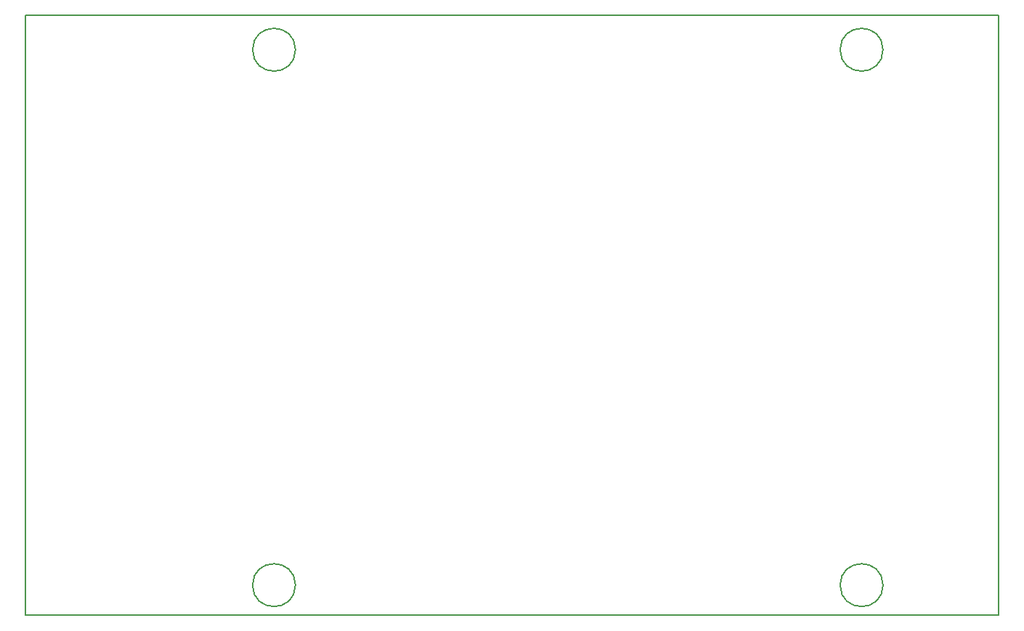
<source format=gbr>
%TF.GenerationSoftware,KiCad,Pcbnew,9.0.0*%
%TF.CreationDate,2025-03-21T00:34:27+09:00*%
%TF.ProjectId,osuino_v1,6f737569-6e6f-45f7-9631-2e6b69636164,rev?*%
%TF.SameCoordinates,Original*%
%TF.FileFunction,Profile,NP*%
%FSLAX46Y46*%
G04 Gerber Fmt 4.6, Leading zero omitted, Abs format (unit mm)*
G04 Created by KiCad (PCBNEW 9.0.0) date 2025-03-21 00:34:27*
%MOMM*%
%LPD*%
G01*
G04 APERTURE LIST*
%TA.AperFunction,Profile*%
%ADD10C,0.200000*%
%TD*%
G04 APERTURE END LIST*
D10*
X121500000Y-67500000D02*
G75*
G02*
X116500000Y-67500000I-2500000J0D01*
G01*
X116500000Y-67500000D02*
G75*
G02*
X121500000Y-67500000I2500000J0D01*
G01*
X121500000Y-130000000D02*
G75*
G02*
X116500000Y-130000000I-2500000J0D01*
G01*
X116500000Y-130000000D02*
G75*
G02*
X121500000Y-130000000I2500000J0D01*
G01*
X190000000Y-67500000D02*
G75*
G02*
X185000000Y-67500000I-2500000J0D01*
G01*
X185000000Y-67500000D02*
G75*
G02*
X190000000Y-67500000I2500000J0D01*
G01*
X190000000Y-130000000D02*
G75*
G02*
X185000000Y-130000000I-2500000J0D01*
G01*
X185000000Y-130000000D02*
G75*
G02*
X190000000Y-130000000I2500000J0D01*
G01*
X90000000Y-63500000D02*
X203500000Y-63500000D01*
X203500000Y-133500000D01*
X90000000Y-133500000D01*
X90000000Y-63500000D01*
M02*

</source>
